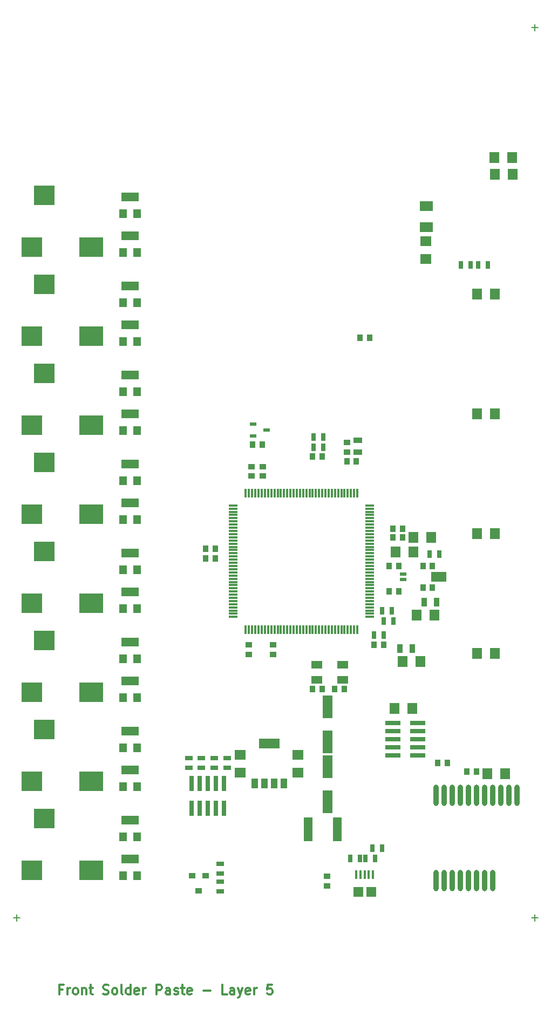
<source format=gtp>
G04 #@! TF.FileFunction,Paste,Top*
%FSLAX46Y46*%
G04 Gerber Fmt 4.6, Leading zero omitted, Abs format (unit mm)*
G04 Created by KiCad (PCBNEW 4.0.5) date 01/22/17 20:45:39*
%MOMM*%
%LPD*%
G01*
G04 APERTURE LIST*
%ADD10C,0.150000*%
%ADD11C,0.127000*%
%ADD12C,0.299720*%
%ADD13R,2.032000X1.524000*%
%ADD14R,1.397000X0.889000*%
%ADD15R,0.889000X1.397000*%
%ADD16O,0.812800X3.352800*%
%ADD17R,1.600200X1.803400*%
%ADD18R,0.635000X1.143000*%
%ADD19R,0.899200X1.000800*%
%ADD20R,1.000800X0.899200*%
%ADD21R,1.803400X1.193800*%
%ADD22R,1.803400X1.600200*%
%ADD23R,1.000800X0.599400*%
%ADD24R,3.200000X3.100000*%
%ADD25R,3.800000X3.100000*%
%ADD26R,1.600200X3.599200*%
%ADD27R,2.400000X0.760000*%
%ADD28R,0.760000X2.400000*%
%ADD29R,2.400000X1.500000*%
%ADD30R,1.100000X0.600000*%
%ADD31R,1.397000X3.810000*%
%ADD32R,1.143000X0.635000*%
%ADD33R,3.300000X1.500000*%
%ADD34R,1.000000X1.500000*%
%ADD35R,1.000000X0.900000*%
%ADD36R,1.500000X1.550000*%
%ADD37R,0.400000X1.350000*%
%ADD38R,1.200000X1.400000*%
%ADD39R,2.800000X1.400000*%
%ADD40R,0.300000X1.450000*%
%ADD41R,1.450000X0.300000*%
G04 APERTURE END LIST*
D10*
D11*
X106196191Y-22950714D02*
X107163810Y-22950714D01*
X106680000Y-23434524D02*
X106680000Y-22466905D01*
X24916191Y-162650714D02*
X25883810Y-162650714D01*
X25400000Y-163134524D02*
X25400000Y-162166905D01*
X106196191Y-162650714D02*
X107163810Y-162650714D01*
X106680000Y-163134524D02*
X106680000Y-162166905D01*
D12*
X32607794Y-173882776D02*
X32107414Y-173882776D01*
X32107414Y-174669087D02*
X32107414Y-173167947D01*
X32822243Y-173167947D01*
X33394105Y-174669087D02*
X33394105Y-173668327D01*
X33394105Y-173954259D02*
X33465588Y-173811293D01*
X33537071Y-173739810D01*
X33680037Y-173668327D01*
X33823002Y-173668327D01*
X34537831Y-174669087D02*
X34394865Y-174597604D01*
X34323382Y-174526121D01*
X34251899Y-174383156D01*
X34251899Y-173954259D01*
X34323382Y-173811293D01*
X34394865Y-173739810D01*
X34537831Y-173668327D01*
X34752279Y-173668327D01*
X34895245Y-173739810D01*
X34966728Y-173811293D01*
X35038211Y-173954259D01*
X35038211Y-174383156D01*
X34966728Y-174526121D01*
X34895245Y-174597604D01*
X34752279Y-174669087D01*
X34537831Y-174669087D01*
X35681556Y-173668327D02*
X35681556Y-174669087D01*
X35681556Y-173811293D02*
X35753039Y-173739810D01*
X35896005Y-173668327D01*
X36110453Y-173668327D01*
X36253419Y-173739810D01*
X36324902Y-173882776D01*
X36324902Y-174669087D01*
X36825282Y-173668327D02*
X37397145Y-173668327D01*
X37039730Y-173167947D02*
X37039730Y-174454639D01*
X37111213Y-174597604D01*
X37254179Y-174669087D01*
X37397145Y-174669087D01*
X38969767Y-174597604D02*
X39184216Y-174669087D01*
X39541630Y-174669087D01*
X39684596Y-174597604D01*
X39756079Y-174526121D01*
X39827562Y-174383156D01*
X39827562Y-174240190D01*
X39756079Y-174097224D01*
X39684596Y-174025741D01*
X39541630Y-173954259D01*
X39255699Y-173882776D01*
X39112733Y-173811293D01*
X39041250Y-173739810D01*
X38969767Y-173596844D01*
X38969767Y-173453879D01*
X39041250Y-173310913D01*
X39112733Y-173239430D01*
X39255699Y-173167947D01*
X39613113Y-173167947D01*
X39827562Y-173239430D01*
X40685356Y-174669087D02*
X40542390Y-174597604D01*
X40470907Y-174526121D01*
X40399424Y-174383156D01*
X40399424Y-173954259D01*
X40470907Y-173811293D01*
X40542390Y-173739810D01*
X40685356Y-173668327D01*
X40899804Y-173668327D01*
X41042770Y-173739810D01*
X41114253Y-173811293D01*
X41185736Y-173954259D01*
X41185736Y-174383156D01*
X41114253Y-174526121D01*
X41042770Y-174597604D01*
X40899804Y-174669087D01*
X40685356Y-174669087D01*
X42043530Y-174669087D02*
X41900564Y-174597604D01*
X41829081Y-174454639D01*
X41829081Y-173167947D01*
X43258738Y-174669087D02*
X43258738Y-173167947D01*
X43258738Y-174597604D02*
X43115772Y-174669087D01*
X42829841Y-174669087D01*
X42686875Y-174597604D01*
X42615392Y-174526121D01*
X42543909Y-174383156D01*
X42543909Y-173954259D01*
X42615392Y-173811293D01*
X42686875Y-173739810D01*
X42829841Y-173668327D01*
X43115772Y-173668327D01*
X43258738Y-173739810D01*
X44545429Y-174597604D02*
X44402463Y-174669087D01*
X44116532Y-174669087D01*
X43973566Y-174597604D01*
X43902083Y-174454639D01*
X43902083Y-173882776D01*
X43973566Y-173739810D01*
X44116532Y-173668327D01*
X44402463Y-173668327D01*
X44545429Y-173739810D01*
X44616912Y-173882776D01*
X44616912Y-174025741D01*
X43902083Y-174168707D01*
X45260257Y-174669087D02*
X45260257Y-173668327D01*
X45260257Y-173954259D02*
X45331740Y-173811293D01*
X45403223Y-173739810D01*
X45546189Y-173668327D01*
X45689154Y-173668327D01*
X47333260Y-174669087D02*
X47333260Y-173167947D01*
X47905123Y-173167947D01*
X48048089Y-173239430D01*
X48119572Y-173310913D01*
X48191055Y-173453879D01*
X48191055Y-173668327D01*
X48119572Y-173811293D01*
X48048089Y-173882776D01*
X47905123Y-173954259D01*
X47333260Y-173954259D01*
X49477746Y-174669087D02*
X49477746Y-173882776D01*
X49406263Y-173739810D01*
X49263297Y-173668327D01*
X48977366Y-173668327D01*
X48834400Y-173739810D01*
X49477746Y-174597604D02*
X49334780Y-174669087D01*
X48977366Y-174669087D01*
X48834400Y-174597604D01*
X48762917Y-174454639D01*
X48762917Y-174311673D01*
X48834400Y-174168707D01*
X48977366Y-174097224D01*
X49334780Y-174097224D01*
X49477746Y-174025741D01*
X50121091Y-174597604D02*
X50264057Y-174669087D01*
X50549989Y-174669087D01*
X50692954Y-174597604D01*
X50764437Y-174454639D01*
X50764437Y-174383156D01*
X50692954Y-174240190D01*
X50549989Y-174168707D01*
X50335540Y-174168707D01*
X50192574Y-174097224D01*
X50121091Y-173954259D01*
X50121091Y-173882776D01*
X50192574Y-173739810D01*
X50335540Y-173668327D01*
X50549989Y-173668327D01*
X50692954Y-173739810D01*
X51193335Y-173668327D02*
X51765198Y-173668327D01*
X51407783Y-173167947D02*
X51407783Y-174454639D01*
X51479266Y-174597604D01*
X51622232Y-174669087D01*
X51765198Y-174669087D01*
X52837440Y-174597604D02*
X52694474Y-174669087D01*
X52408543Y-174669087D01*
X52265577Y-174597604D01*
X52194094Y-174454639D01*
X52194094Y-173882776D01*
X52265577Y-173739810D01*
X52408543Y-173668327D01*
X52694474Y-173668327D01*
X52837440Y-173739810D01*
X52908923Y-173882776D01*
X52908923Y-174025741D01*
X52194094Y-174168707D01*
X54695994Y-174097224D02*
X55839720Y-174097224D01*
X58413103Y-174669087D02*
X57698274Y-174669087D01*
X57698274Y-173167947D01*
X59556829Y-174669087D02*
X59556829Y-173882776D01*
X59485346Y-173739810D01*
X59342380Y-173668327D01*
X59056449Y-173668327D01*
X58913483Y-173739810D01*
X59556829Y-174597604D02*
X59413863Y-174669087D01*
X59056449Y-174669087D01*
X58913483Y-174597604D01*
X58842000Y-174454639D01*
X58842000Y-174311673D01*
X58913483Y-174168707D01*
X59056449Y-174097224D01*
X59413863Y-174097224D01*
X59556829Y-174025741D01*
X60128692Y-173668327D02*
X60486106Y-174669087D01*
X60843520Y-173668327D02*
X60486106Y-174669087D01*
X60343140Y-175026501D01*
X60271657Y-175097984D01*
X60128692Y-175169467D01*
X61987246Y-174597604D02*
X61844280Y-174669087D01*
X61558349Y-174669087D01*
X61415383Y-174597604D01*
X61343900Y-174454639D01*
X61343900Y-173882776D01*
X61415383Y-173739810D01*
X61558349Y-173668327D01*
X61844280Y-173668327D01*
X61987246Y-173739810D01*
X62058729Y-173882776D01*
X62058729Y-174025741D01*
X61343900Y-174168707D01*
X62702074Y-174669087D02*
X62702074Y-173668327D01*
X62702074Y-173954259D02*
X62773557Y-173811293D01*
X62845040Y-173739810D01*
X62988006Y-173668327D01*
X63130971Y-173668327D01*
X65489906Y-173167947D02*
X64775077Y-173167947D01*
X64703594Y-173882776D01*
X64775077Y-173811293D01*
X64918043Y-173739810D01*
X65275457Y-173739810D01*
X65418423Y-173811293D01*
X65489906Y-173882776D01*
X65561389Y-174025741D01*
X65561389Y-174383156D01*
X65489906Y-174526121D01*
X65418423Y-174597604D01*
X65275457Y-174669087D01*
X64918043Y-174669087D01*
X64775077Y-174597604D01*
X64703594Y-174526121D01*
D13*
X89712800Y-54229000D03*
X89712800Y-50927000D03*
D14*
X78930500Y-89585800D03*
X78930500Y-87680800D03*
D15*
X85572600Y-120396000D03*
X87477600Y-120396000D03*
X89369900Y-113119000D03*
X91274900Y-113119000D03*
D16*
X91186000Y-156819600D03*
X92456000Y-156819600D03*
X93726000Y-156819600D03*
X94996000Y-156819600D03*
X96266000Y-156819600D03*
X97536000Y-156819600D03*
X98806000Y-156819600D03*
X100076000Y-156819600D03*
X103886000Y-143408400D03*
X102616000Y-143408400D03*
X101346000Y-143408400D03*
X100076000Y-143408400D03*
X98806000Y-143408400D03*
X97536000Y-143408400D03*
X96266000Y-143408400D03*
X94996000Y-143408400D03*
X93726000Y-143408400D03*
X92456000Y-143408400D03*
X91186000Y-143408400D03*
D17*
X88125300Y-115164000D03*
X90919300Y-115164000D03*
D18*
X80137000Y-153289000D03*
X81661000Y-153289000D03*
X79248000Y-153289000D03*
X77724000Y-153289000D03*
X81254600Y-151676000D03*
X82778600Y-151676000D03*
D17*
X85928200Y-122453000D03*
X88722200Y-122453000D03*
D19*
X81493400Y-119786000D03*
X82997000Y-119786000D03*
X85333800Y-111417000D03*
X83830200Y-111417000D03*
D17*
X87617300Y-105207000D03*
X84823300Y-105207000D03*
D19*
X90642400Y-110833000D03*
X89138800Y-110833000D03*
X90642400Y-107429000D03*
X89138800Y-107429000D03*
X83830200Y-107442000D03*
X85333800Y-107442000D03*
D17*
X90411300Y-102921000D03*
X87617300Y-102921000D03*
D19*
X85918000Y-102971600D03*
X84414400Y-102971600D03*
X85918000Y-101549200D03*
X84414400Y-101549200D03*
X71854100Y-90284300D03*
X73357700Y-90284300D03*
D20*
X61849000Y-121274800D03*
X61849000Y-119771200D03*
X65659000Y-119771200D03*
X65659000Y-121274800D03*
D19*
X73319600Y-126721000D03*
X71816000Y-126721000D03*
X75270400Y-126721000D03*
X76774000Y-126721000D03*
D21*
X72517000Y-125272800D03*
X76581000Y-125272800D03*
X76581000Y-122885200D03*
X72517000Y-122885200D03*
D17*
X87503000Y-129794000D03*
X84709000Y-129794000D03*
D19*
X92979200Y-138328000D03*
X91475600Y-138328000D03*
X96022200Y-139649000D03*
X97525800Y-139649000D03*
D17*
X102032000Y-140056000D03*
X99238000Y-140056000D03*
X100457000Y-121133000D03*
X97663000Y-121133000D03*
X100457000Y-102362000D03*
X97663000Y-102362000D03*
X100457000Y-83540600D03*
X97663000Y-83540600D03*
D22*
X89636600Y-59232800D03*
X89636600Y-56438800D03*
D17*
X100444300Y-64770000D03*
X97650300Y-64770000D03*
X103187000Y-45974000D03*
X100393000Y-45974000D03*
X103124000Y-43307000D03*
X100330000Y-43307000D03*
D19*
X79258200Y-71628000D03*
X80761800Y-71628000D03*
D20*
X77254100Y-88072000D03*
X77254100Y-89575600D03*
D19*
X78704400Y-91033600D03*
X77200800Y-91033600D03*
D20*
X62242700Y-91818500D03*
X62242700Y-93322100D03*
X64020700Y-93322100D03*
X64020700Y-91818500D03*
D19*
X62443400Y-88417400D03*
X63947000Y-88417400D03*
D23*
X62494200Y-85153500D03*
X64607400Y-86106000D03*
X62494200Y-87058500D03*
D19*
X56581000Y-104736900D03*
X55077400Y-104736900D03*
X56581000Y-106210000D03*
X55077400Y-106210000D03*
D22*
X69570600Y-139852000D03*
X69570600Y-137058000D03*
X60464700Y-139891000D03*
X60464700Y-137097000D03*
D24*
X29700000Y-49290000D03*
D25*
X37100000Y-57390000D03*
D24*
X27800000Y-57390000D03*
X29700000Y-63260000D03*
D25*
X37100000Y-71360000D03*
D24*
X27800000Y-71360000D03*
X29700000Y-77230000D03*
D25*
X37100000Y-85330000D03*
D24*
X27800000Y-85330000D03*
X29700000Y-91200000D03*
D25*
X37100000Y-99300000D03*
D24*
X27800000Y-99300000D03*
X29700000Y-105170000D03*
D25*
X37100000Y-113270000D03*
D24*
X27800000Y-113270000D03*
X29700000Y-119140000D03*
D25*
X37100000Y-127240000D03*
D24*
X27800000Y-127240000D03*
X29700000Y-133110000D03*
D25*
X37100000Y-141210000D03*
D24*
X27800000Y-141210000D03*
X29700000Y-147080000D03*
D25*
X37100000Y-155180000D03*
D24*
X27800000Y-155180000D03*
D26*
X74168000Y-144406800D03*
X74168000Y-138905200D03*
X74168000Y-129558200D03*
X74168000Y-135059800D03*
D27*
X88310000Y-137160000D03*
X84410000Y-137160000D03*
X88310000Y-135890000D03*
X84410000Y-135890000D03*
X88310000Y-134620000D03*
X84410000Y-134620000D03*
X88310000Y-133350000D03*
X84410000Y-133350000D03*
X88310000Y-132080000D03*
X84410000Y-132080000D03*
D28*
X52832000Y-145460000D03*
X52832000Y-141560000D03*
X54102000Y-145460000D03*
X54102000Y-141560000D03*
X55372000Y-145460000D03*
X55372000Y-141560000D03*
X56642000Y-145460000D03*
X56642000Y-141560000D03*
X57912000Y-145460000D03*
X57912000Y-141560000D03*
D29*
X91616700Y-109131000D03*
D30*
X86066700Y-109581000D03*
X86066700Y-108681000D03*
D20*
X74066400Y-156118200D03*
X74066400Y-157621800D03*
D31*
X75717400Y-148742400D03*
X71145400Y-148742400D03*
D32*
X52451000Y-137541000D03*
X52451000Y-139065000D03*
X54356000Y-137541000D03*
X54356000Y-139065000D03*
X56388000Y-137541000D03*
X56388000Y-139065000D03*
X58420000Y-137541000D03*
X58420000Y-139065000D03*
X57378600Y-156972000D03*
X57378600Y-158496000D03*
D18*
X81483200Y-118288000D03*
X83007200Y-118288000D03*
X83007200Y-116040000D03*
X84531200Y-116040000D03*
X91744800Y-105537000D03*
X90220800Y-105537000D03*
X82753200Y-114478000D03*
X84277200Y-114478000D03*
X96596200Y-60172600D03*
X95072200Y-60172600D03*
X97815400Y-60172600D03*
X99339400Y-60172600D03*
X73482200Y-87198200D03*
X71958200Y-87198200D03*
X73482200Y-88785700D03*
X71958200Y-88785700D03*
D33*
X65036700Y-135267000D03*
D34*
X62786700Y-141567000D03*
X64286700Y-141567000D03*
X65786700Y-141567000D03*
X67286700Y-141567000D03*
D35*
X55025000Y-156026000D03*
X52925000Y-156026000D03*
X53975000Y-158426000D03*
D32*
X57378600Y-154153000D03*
X57378600Y-155677000D03*
D36*
X81010000Y-158570000D03*
X79010000Y-158570000D03*
D37*
X79360000Y-155895000D03*
X78710000Y-155895000D03*
X80010000Y-155895000D03*
X80660000Y-155895000D03*
X81310000Y-155895000D03*
D38*
X42080000Y-156016000D03*
X44280000Y-156016000D03*
D39*
X43180000Y-153416000D03*
D38*
X42080000Y-149920000D03*
X44280000Y-149920000D03*
D39*
X43180000Y-147320000D03*
D38*
X42080000Y-142046000D03*
X44280000Y-142046000D03*
D39*
X43180000Y-139446000D03*
D38*
X42080000Y-135950000D03*
X44280000Y-135950000D03*
D39*
X43180000Y-133350000D03*
D38*
X42080000Y-128076000D03*
X44280000Y-128076000D03*
D39*
X43180000Y-125476000D03*
D38*
X42080000Y-121980000D03*
X44280000Y-121980000D03*
D39*
X43180000Y-119380000D03*
D38*
X42080000Y-114106000D03*
X44280000Y-114106000D03*
D39*
X43180000Y-111506000D03*
D38*
X42080000Y-108010000D03*
X44280000Y-108010000D03*
D39*
X43180000Y-105410000D03*
D38*
X42080000Y-100136000D03*
X44280000Y-100136000D03*
D39*
X43180000Y-97536000D03*
D38*
X42080000Y-94040000D03*
X44280000Y-94040000D03*
D39*
X43180000Y-91440000D03*
D38*
X42080000Y-86166000D03*
X44280000Y-86166000D03*
D39*
X43180000Y-83566000D03*
D38*
X42080000Y-80070000D03*
X44280000Y-80070000D03*
D39*
X43180000Y-77470000D03*
D38*
X42080000Y-72196000D03*
X44280000Y-72196000D03*
D39*
X43180000Y-69596000D03*
D38*
X42080000Y-66100000D03*
X44280000Y-66100000D03*
D39*
X43180000Y-63500000D03*
D38*
X42080000Y-58226000D03*
X44280000Y-58226000D03*
D39*
X43180000Y-55626000D03*
D38*
X42080000Y-52130000D03*
X44280000Y-52130000D03*
D39*
X43180000Y-49530000D03*
D40*
X61353700Y-117380000D03*
X61861700Y-117380000D03*
X62357000Y-117380000D03*
X62852300Y-117380000D03*
X63360300Y-117380000D03*
X63855600Y-117380000D03*
X64350900Y-117380000D03*
X64858900Y-117380000D03*
X65354200Y-117380000D03*
X65849500Y-117380000D03*
X66357500Y-117380000D03*
X66852800Y-117380000D03*
X67348100Y-117380000D03*
X67856100Y-117380000D03*
X68351400Y-117380000D03*
X68846700Y-117380000D03*
X69354700Y-117380000D03*
X69850000Y-117380000D03*
X70358000Y-117380000D03*
X70853300Y-117380000D03*
X71361300Y-117380000D03*
X71856600Y-117380000D03*
X72351900Y-117380000D03*
X72859900Y-117380000D03*
X73355200Y-117380000D03*
X73850500Y-117380000D03*
X74358500Y-117380000D03*
X74853800Y-117380000D03*
X75349100Y-117380000D03*
X75857100Y-117380000D03*
X76352400Y-117380000D03*
X76847700Y-117380000D03*
X77355700Y-117380000D03*
X77851000Y-117380000D03*
X78346300Y-117380000D03*
X78854300Y-117380000D03*
D41*
X80804000Y-100926900D03*
X80804000Y-100431600D03*
X80804000Y-99936300D03*
X80804000Y-99428300D03*
X80804000Y-98933000D03*
X80804000Y-98437700D03*
X80804000Y-97929700D03*
X59404000Y-100431600D03*
X59404000Y-100926900D03*
X59404000Y-101434900D03*
X59404000Y-101930200D03*
X59404000Y-102425500D03*
X59404000Y-102933500D03*
X59404000Y-103428800D03*
X59404000Y-103924100D03*
X59404000Y-104432100D03*
X59404000Y-104927400D03*
X59404000Y-105422700D03*
X59404000Y-105930700D03*
X59404000Y-106426000D03*
X59404000Y-106934000D03*
X59404000Y-107429300D03*
X59404000Y-107937300D03*
X59404000Y-108432600D03*
X59404000Y-108927900D03*
X59404000Y-109435900D03*
X59404000Y-109931200D03*
X59404000Y-110426500D03*
X59404000Y-110934500D03*
X59404000Y-111429800D03*
X59404000Y-111925100D03*
X59404000Y-112433100D03*
X59404000Y-112928400D03*
X59404000Y-113423700D03*
X59404000Y-113931700D03*
X59404000Y-114427000D03*
X59404000Y-114922300D03*
X59404000Y-115430300D03*
X80804000Y-115430300D03*
X80804000Y-114922300D03*
X80804000Y-114427000D03*
X80804000Y-113931700D03*
X80804000Y-113423700D03*
X80804000Y-112928400D03*
X80804000Y-112433100D03*
X80804000Y-111925100D03*
X80804000Y-111429800D03*
X80804000Y-110934500D03*
X80804000Y-110426500D03*
X80804000Y-109931200D03*
X80804000Y-109435900D03*
X80804000Y-108927900D03*
X80804000Y-108432600D03*
X80804000Y-107937300D03*
X80804000Y-107429300D03*
X80804000Y-106934000D03*
X80804000Y-106426000D03*
X80804000Y-105930700D03*
X80804000Y-105422700D03*
X80804000Y-104927400D03*
X80804000Y-104432100D03*
X80804000Y-103924100D03*
X80804000Y-103428800D03*
X80804000Y-102933500D03*
X80804000Y-102425500D03*
X80804000Y-101930200D03*
X80804000Y-101434900D03*
D40*
X76352400Y-95980000D03*
X75857100Y-95980000D03*
X75349100Y-95980000D03*
X74853800Y-95980000D03*
X74358500Y-95980000D03*
X73850500Y-95980000D03*
X73355200Y-95980000D03*
X72859900Y-95980000D03*
X72351900Y-95980000D03*
X71856600Y-95980000D03*
X71361300Y-95980000D03*
X70853300Y-95980000D03*
X70358000Y-95980000D03*
X69850000Y-95980000D03*
X69354700Y-95980000D03*
X68846700Y-95980000D03*
X68351400Y-95980000D03*
X67856100Y-95980000D03*
X67348100Y-95980000D03*
X66852800Y-95980000D03*
X66357500Y-95980000D03*
X65849500Y-95980000D03*
X65354200Y-95980000D03*
X64858900Y-95980000D03*
X64350900Y-95980000D03*
X63855600Y-95980000D03*
X63360300Y-95980000D03*
X62852300Y-95980000D03*
X62357000Y-95980000D03*
X61861700Y-95980000D03*
X61353700Y-95980000D03*
X78854300Y-95980000D03*
X78346300Y-95980000D03*
X77851000Y-95980000D03*
X77355700Y-95980000D03*
X76847700Y-95980000D03*
D41*
X59404000Y-97929700D03*
X59404000Y-98437700D03*
X59404000Y-98933000D03*
X59404000Y-99428300D03*
X59404000Y-99936300D03*
M02*

</source>
